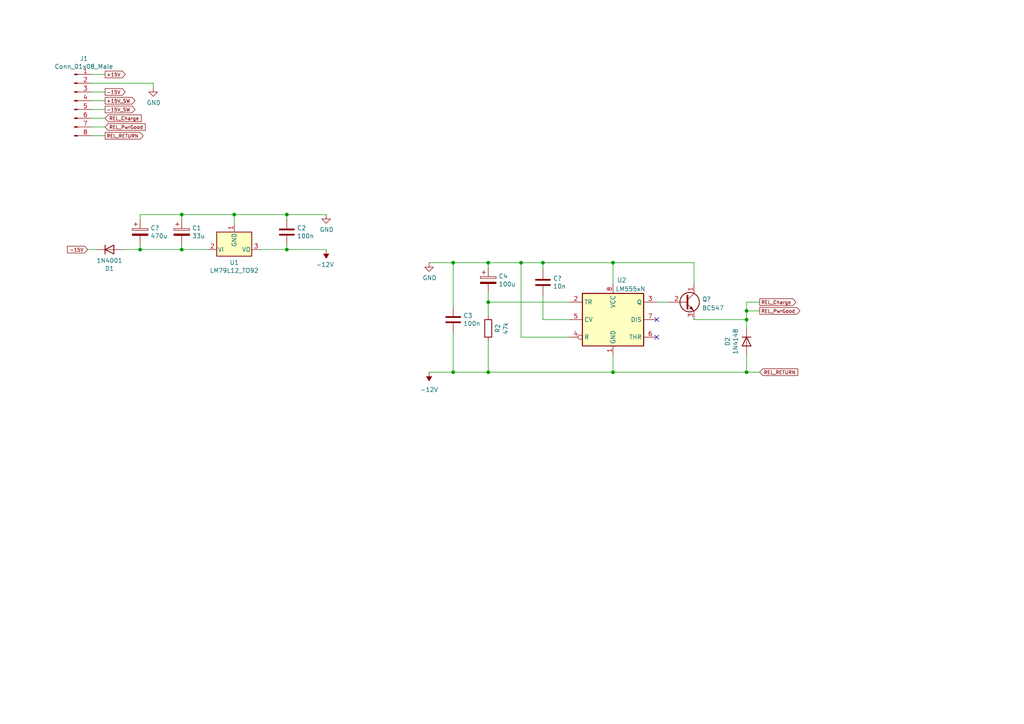
<source format=kicad_sch>
(kicad_sch (version 20211123) (generator eeschema)
  (paper "A4")
  (title_block (title "moPsy Capacitor Charge Control"))
  (lib_symbols
    (symbol "Connector:Conn_01x08_Male" (pin_names (offset 1.016) hide)
      (property "Reference" "J" (at 0 10.16 0))
      (property "Value" "Conn_01x08_Male" (at 0 -12.7 0))
      (symbol "Conn_01x08_Male_1_1"
        (polyline (pts (xy 1.27 -10.16) (xy 0.8636 -10.16)) (stroke (width 0.1524)))
        (polyline (pts (xy 1.27 -7.62) (xy 0.8636 -7.62)) (stroke (width 0.1524)))
        (polyline (pts (xy 1.27 -5.08) (xy 0.8636 -5.08)) (stroke (width 0.1524)))
        (polyline (pts (xy 1.27 -2.54) (xy 0.8636 -2.54)) (stroke (width 0.1524)))
        (polyline (pts (xy 1.27 0) (xy 0.8636 0)) (stroke (width 0.1524)))
        (polyline (pts (xy 1.27 2.54) (xy 0.8636 2.54)) (stroke (width 0.1524)))
        (polyline (pts (xy 1.27 5.08) (xy 0.8636 5.08)) (stroke (width 0.1524)))
        (polyline (pts (xy 1.27 7.62) (xy 0.8636 7.62)) (stroke (width 0.1524)))
        (rectangle (start 0.8636 -10.033) (end 0 -10.287) (stroke (width 0.1524)) (fill (type outline)))
        (rectangle (start 0.8636 -7.493) (end 0 -7.747) (stroke (width 0.1524)) (fill (type outline)))
        (rectangle (start 0.8636 -4.953) (end 0 -5.207) (stroke (width 0.1524)) (fill (type outline)))
        (rectangle (start 0.8636 -2.413) (end 0 -2.667) (stroke (width 0.1524)) (fill (type outline)))
        (rectangle (start 0.8636 0.127) (end 0 -0.127) (stroke (width 0.1524)) (fill (type outline)))
        (rectangle (start 0.8636 2.667) (end 0 2.413) (stroke (width 0.1524)) (fill (type outline)))
        (rectangle (start 0.8636 5.207) (end 0 4.953) (stroke (width 0.1524)) (fill (type outline)))
        (rectangle (start 0.8636 7.747) (end 0 7.493) (stroke (width 0.1524)) (fill (type outline)))
        (pin passive line (at 5.08 7.62 180) (length 3.81) (name "Pin_1") (number "1"))
        (pin passive line (at 5.08 5.08 180) (length 3.81) (name "Pin_2") (number "2"))
        (pin passive line (at 5.08 2.54 180) (length 3.81) (name "Pin_3") (number "3"))
        (pin passive line (at 5.08 0 180) (length 3.81) (name "Pin_4") (number "4"))
        (pin passive line (at 5.08 -2.54 180) (length 3.81) (name "Pin_5") (number "5"))
        (pin passive line (at 5.08 -5.08 180) (length 3.81) (name "Pin_6") (number "6"))
        (pin passive line (at 5.08 -7.62 180) (length 3.81) (name "Pin_7") (number "7"))
        (pin passive line (at 5.08 -10.16 180) (length 3.81) (name "Pin_8") (number "8"))
      )
    )
    (symbol "Device:C" (pin_numbers hide) (pin_names (offset 0.254))
      (property "Reference" "C" (at 0.635 2.54 0))
      (property "Value" "C" (at 0.635 -2.54 0))
      (symbol "C_0_1"
        (polyline (pts (xy -2.032 -0.762) (xy 2.032 -0.762)) (stroke (width 0.508)))
        (polyline (pts (xy -2.032 0.762) (xy 2.032 0.762)) (stroke (width 0.508)))
      )
      (symbol "C_1_1"
        (pin passive line (at 0 3.81 270) (length 2.794) (name "~") (number "1"))
        (pin passive line (at 0 -3.81 90) (length 2.794) (name "~") (number "2"))
      )
    )
    (symbol "Device:CP" (pin_numbers hide) (pin_names (offset 0.254))
      (property "Reference" "C" (at 0.635 2.54 0))
      (property "Value" "Device_CP" (at 0.635 -2.54 0))
      (symbol "CP_0_1"
        (rectangle (start -2.286 0.508) (end 2.286 1.016))
        (polyline (pts (xy -1.778 2.286) (xy -0.762 2.286)))
        (polyline (pts (xy -1.27 2.794) (xy -1.27 1.778)))
        (rectangle (start 2.286 -0.508) (end -2.286 -1.016) (fill (type outline)))
      )
      (symbol "CP_1_1"
        (pin passive line (at 0 3.81 270) (length 2.794) (name "~") (number "1"))
        (pin passive line (at 0 -3.81 90) (length 2.794) (name "~") (number "2"))
      )
    )
    (symbol "Device:D" (pin_numbers hide) (pin_names (offset 1.016) hide)
      (property "Reference" "D" (at 0 2.54 0))
      (property "Value" "D" (at 0 -2.54 0))
      (symbol "D_0_1"
        (polyline (pts (xy -1.27 1.27) (xy -1.27 -1.27)) (stroke (width 0.254)))
        (polyline (pts (xy 1.27 0) (xy -1.27 0)))
        (polyline (pts (xy 1.27 1.27) (xy 1.27 -1.27) (xy -1.27 0) (xy 1.27 1.27)) (stroke (width 0.254)))
      )
      (symbol "D_1_1"
        (pin passive line (at -3.81 0 0) (length 2.54) (name "K") (number "1"))
        (pin passive line (at 3.81 0 180) (length 2.54) (name "A") (number "2"))
      )
    )
    (symbol "Device:R" (pin_numbers hide) (pin_names (offset 0))
      (property "Reference" "R" (at 2.032 0 90))
      (property "Value" "R" (at 0 0 90))
      (symbol "R_0_1"
        (rectangle (start -1.016 -2.54) (end 1.016 2.54) (stroke (width 0.254)))
      )
      (symbol "R_1_1"
        (pin passive line (at 0 3.81 270) (length 1.27) (name "~") (number "1"))
        (pin passive line (at 0 -3.81 90) (length 1.27) (name "~") (number "2"))
      )
    )
    (symbol "Regulator_Linear:LM79L12_TO92" (pin_names (offset 0.254))
      (property "Reference" "U" (at -3.81 -3.175 0))
      (property "Value" "LM79L12_TO92" (at 0 -3.175 0))
      (symbol "LM79L12_TO92_0_1"
        (rectangle (start -5.08 5.08) (end 5.08 -1.905) (stroke (width 0.254)) (fill (type background)))
      )
      (symbol "LM79L12_TO92_1_1"
        (pin power_in line (at 0 7.62 270) (length 2.54) (name "GND") (number "1"))
        (pin power_in line (at -7.62 0 0) (length 2.54) (name "VI") (number "2"))
        (pin power_out line (at 7.62 0 180) (length 2.54) (name "VO") (number "3"))
      )
    )
    (symbol "Timer:LM555xN"
      (property "Reference" "U" (at -10.16 8.89 0))
      (property "Value" "LM555xN" (at 2.54 8.89 0))
      (symbol "LM555xN_0_0"
        (pin power_in line (at 0 -10.16 90) (length 2.54) (name "GND") (number "1"))
        (pin power_in line (at 0 10.16 270) (length 2.54) (name "VCC") (number "8"))
      )
      (symbol "LM555xN_0_1"
        (rectangle (start -8.89 -7.62) (end 8.89 7.62) (stroke (width 0.254)) (fill (type background)))
        (rectangle (start -8.89 -7.62) (end 8.89 7.62) (stroke (width 0.254)) (fill (type background)))
      )
      (symbol "LM555xN_1_1"
        (pin input line (at -12.7 5.08 0) (length 3.81) (name "TR") (number "2"))
        (pin output line (at 12.7 5.08 180) (length 3.81) (name "Q") (number "3"))
        (pin input inverted (at -12.7 -5.08 0) (length 3.81) (name "R") (number "4"))
        (pin input line (at -12.7 0 0) (length 3.81) (name "CV") (number "5"))
        (pin input line (at 12.7 -5.08 180) (length 3.81) (name "THR") (number "6"))
        (pin input line (at 12.7 0 180) (length 3.81) (name "DIS") (number "7"))
      )
    )
    (symbol "Transistor_BJT:BC547" (pin_names (offset 0) hide)
      (property "Reference" "Q" (at 5.08 1.905 0))
      (property "Value" "BC547" (at 5.08 0 0))
      (symbol "BC547_0_1"
        (polyline (pts (xy 0 0) (xy 0.635 0)))
        (polyline (pts (xy 0.635 0.635) (xy 2.54 2.54)))
        (polyline (pts (xy 0.635 -0.635) (xy 2.54 -2.54) (xy 2.54 -2.54)))
        (polyline (pts (xy 0.635 1.905) (xy 0.635 -1.905) (xy 0.635 -1.905)) (stroke (width 0.508)))
        (polyline (pts (xy 1.27 -1.778) (xy 1.778 -1.27) (xy 2.286 -2.286) (xy 1.27 -1.778) (xy 1.27 -1.778)) (fill (type outline)))
        (circle (center 1.27 0) (radius 2.8194) (stroke (width 0.254)))
      )
      (symbol "BC547_1_1"
        (pin passive line (at 2.54 5.08 270) (length 2.54) (name "C") (number "1"))
        (pin input line (at -5.08 0 0) (length 5.08) (name "B") (number "2"))
        (pin passive line (at 2.54 -5.08 90) (length 2.54) (name "E") (number "3"))
      )
    )
    (symbol "power:-12V" (power) (pin_names (offset 0))
      (property "Value" "-12V" (at 0 3.81 0))
      (symbol "-12V_0_0"
        (pin power_in line (at 0 0 90) (length 0) hide (name "-12V") (number "1"))
      )
      (symbol "-12V_0_1"
        (polyline (pts (xy 0 0) (xy 0 1.27) (xy 0.762 1.27) (xy 0 2.54) (xy -0.762 1.27) (xy 0 1.27)) (fill (type outline)))
      )
    )
    (symbol "power:GND" (power) (pin_names (offset 0))
      (property "Value" "GND" (at 0 -3.81 0))
      (symbol "GND_0_1"
        (polyline (pts (xy 0 0) (xy 0 -1.27) (xy 1.27 -1.27) (xy 0 -2.54) (xy -1.27 -1.27) (xy 0 -1.27)))
      )
      (symbol "GND_1_1"
        (pin power_in line (at 0 0 270) (length 0) hide (name "GND") (number "1"))
      )
    )
  )
  (junction (at 67.945 62.23))
  (junction (at 177.8 76.2))
  (junction (at 216.535 107.95))
  (junction (at 151.13 76.2))
  (junction (at 131.445 76.2))
  (junction (at 131.445 107.95))
  (junction (at 141.605 87.63))
  (junction (at 177.8 107.95))
  (junction (at 83.185 62.23))
  (junction (at 216.535 90.17))
  (junction (at 52.705 72.39))
  (junction (at 141.605 76.2))
  (junction (at 52.705 62.23))
  (junction (at 40.64 72.39))
  (junction (at 83.185 72.39))
  (junction (at 141.605 107.95))
  (junction (at 157.48 76.2))
  (junction (at 216.535 92.71))
  (no_connect (at 190.5 92.71))
  (no_connect (at 190.5 97.79))
  (wire (pts (xy 201.295 92.71) (xy 216.535 92.71)))
  (wire (pts (xy 26.67 24.13) (xy 44.45 24.13)))
  (wire (pts (xy 25.4 72.39) (xy 27.94 72.39)))
  (wire (pts (xy 40.64 72.39) (xy 52.705 72.39)))
  (wire (pts (xy 216.535 92.71) (xy 216.535 95.25)))
  (wire (pts (xy 157.48 76.2) (xy 157.48 78.105)))
  (wire (pts (xy 216.535 90.17) (xy 216.535 92.71)))
  (wire (pts (xy 216.535 90.17) (xy 216.535 87.63)))
  (wire (pts (xy 131.445 76.2) (xy 131.445 88.9)))
  (wire (pts (xy 44.45 24.13) (xy 44.45 25.4)))
  (wire (pts (xy 220.345 90.17) (xy 216.535 90.17)))
  (wire (pts (xy 30.48 31.75) (xy 26.67 31.75)))
  (wire (pts (xy 201.295 82.55) (xy 201.295 76.2)))
  (wire (pts (xy 157.48 85.725) (xy 157.48 92.71)))
  (wire (pts (xy 131.445 107.95) (xy 141.605 107.95)))
  (wire (pts (xy 216.535 107.95) (xy 220.345 107.95)))
  (wire (pts (xy 165.1 92.71) (xy 157.48 92.71)))
  (wire (pts (xy 67.945 62.23) (xy 83.185 62.23)))
  (wire (pts (xy 40.64 63.5) (xy 40.64 62.23)))
  (wire (pts (xy 124.46 107.95) (xy 131.445 107.95)))
  (wire (pts (xy 141.605 99.06) (xy 141.605 107.95)))
  (wire (pts (xy 131.445 96.52) (xy 131.445 107.95)))
  (wire (pts (xy 141.605 85.09) (xy 141.605 87.63)))
  (wire (pts (xy 165.1 87.63) (xy 141.605 87.63)))
  (wire (pts (xy 151.13 76.2) (xy 157.48 76.2)))
  (wire (pts (xy 141.605 76.2) (xy 141.605 77.47)))
  (wire (pts (xy 26.67 34.29) (xy 30.48 34.29)))
  (wire (pts (xy 83.185 72.39) (xy 94.615 72.39)))
  (wire (pts (xy 26.67 21.59) (xy 30.48 21.59)))
  (wire (pts (xy 75.565 72.39) (xy 83.185 72.39)))
  (wire (pts (xy 141.605 76.2) (xy 131.445 76.2)))
  (wire (pts (xy 141.605 87.63) (xy 141.605 91.44)))
  (wire (pts (xy 177.8 82.55) (xy 177.8 76.2)))
  (wire (pts (xy 67.945 64.77) (xy 67.945 62.23)))
  (wire (pts (xy 177.8 102.87) (xy 177.8 107.95)))
  (wire (pts (xy 151.13 76.2) (xy 141.605 76.2)))
  (wire (pts (xy 30.48 36.83) (xy 26.67 36.83)))
  (wire (pts (xy 83.185 62.23) (xy 83.185 63.5)))
  (wire (pts (xy 216.535 102.87) (xy 216.535 107.95)))
  (wire (pts (xy 40.64 62.23) (xy 52.705 62.23)))
  (wire (pts (xy 83.185 71.12) (xy 83.185 72.39)))
  (wire (pts (xy 40.64 71.12) (xy 40.64 72.39)))
  (wire (pts (xy 26.67 26.67) (xy 30.48 26.67)))
  (wire (pts (xy 216.535 87.63) (xy 220.345 87.63)))
  (wire (pts (xy 52.705 62.23) (xy 52.705 63.5)))
  (wire (pts (xy 177.8 76.2) (xy 201.295 76.2)))
  (wire (pts (xy 190.5 87.63) (xy 193.675 87.63)))
  (wire (pts (xy 165.1 97.79) (xy 151.13 97.79)))
  (wire (pts (xy 52.705 62.23) (xy 67.945 62.23)))
  (wire (pts (xy 26.67 29.21) (xy 30.48 29.21)))
  (wire (pts (xy 124.46 76.2) (xy 131.445 76.2)))
  (wire (pts (xy 35.56 72.39) (xy 40.64 72.39)))
  (wire (pts (xy 157.48 76.2) (xy 177.8 76.2)))
  (wire (pts (xy 83.185 62.23) (xy 94.615 62.23)))
  (wire (pts (xy 52.705 71.12) (xy 52.705 72.39)))
  (wire (pts (xy 26.67 39.37) (xy 30.48 39.37)))
  (wire (pts (xy 141.605 107.95) (xy 177.8 107.95)))
  (wire (pts (xy 151.13 97.79) (xy 151.13 76.2)))
  (wire (pts (xy 177.8 107.95) (xy 216.535 107.95)))
  (wire (pts (xy 52.705 72.39) (xy 60.325 72.39)))
  (global_label "REL_Charge" (shape input) (at 30.48 34.29 0) (effects (font (size 0.9906 0.9906))) (property "Intersheet References" "${INTERSHEET_REFS}" (effects hide)))
  (global_label "-15V" (shape output) (at 30.48 26.67 0) (effects (font (size 0.9906 0.9906))) (property "Intersheet References" "${INTERSHEET_REFS}" (effects hide)))
  (global_label "REL_PwrGood" (shape input) (at 30.48 36.83 0) (effects (font (size 0.9906 0.9906))) (property "Intersheet References" "${INTERSHEET_REFS}" (effects hide)))
  (global_label "-15V" (shape input) (at 25.4 72.39 180) (effects (font (size 0.9906 0.9906))) (property "Intersheet References" "${INTERSHEET_REFS}" (effects hide)))
  (global_label "REL_RETURN" (shape input) (at 220.345 107.95 0) (effects (font (size 0.9906 0.9906))) (property "Intersheet References" "${INTERSHEET_REFS}" (effects hide)))
  (global_label "-15V_SW" (shape output) (at 30.48 31.75 0) (effects (font (size 0.9906 0.9906))) (property "Intersheet References" "${INTERSHEET_REFS}" (effects hide)))
  (global_label "REL_RETURN" (shape output) (at 30.48 39.37 0) (effects (font (size 0.9906 0.9906))) (property "Intersheet References" "${INTERSHEET_REFS}" (effects hide)))
  (global_label "+15V_SW" (shape output) (at 30.48 29.21 0) (effects (font (size 0.9906 0.9906))) (property "Intersheet References" "${INTERSHEET_REFS}" (effects hide)))
  (global_label "REL_Charge" (shape output) (at 220.345 87.63 0) (effects (font (size 0.9906 0.9906))) (property "Intersheet References" "${INTERSHEET_REFS}" (effects hide)))
  (global_label "+15V" (shape output) (at 30.48 21.59 0) (effects (font (size 0.9906 0.9906))) (property "Intersheet References" "${INTERSHEET_REFS}" (effects hide)))
  (global_label "REL_PwrGood" (shape output) (at 220.345 90.17 0) (effects (font (size 0.9906 0.9906))) (property "Intersheet References" "${INTERSHEET_REFS}" (effects hide)))
  (symbol (lib_id "Device:D") (at 216.535 99.06 270) (unit 1)
    (property "Reference" "D2" (at 211.0232 99.06 0))
    (property "Value" "1N4148" (at 213.3346 99.06 0))
    (property "Footprint" "Diode_THT:D_DO-41_SOD81_P7.62mm_Horizontal" (effects hide))
  )
  (symbol (lib_id "Regulator_Linear:LM79L12_TO92") (at 67.945 72.39 0) (unit 1)
    (property "Reference" "U1" (at 67.945 76.1746 0))
    (property "Value" "LM79L12_TO92" (at 67.945 78.486 0))
    (property "Footprint" "Package_TO_SOT_THT:TO-92_Inline" (effects hide))
    (property "Datasheet" "http://www.ti.com/lit/ds/symlink/lm79l.pdf" (effects hide))
    (property "REICHELT" "LM 79L12 ACZ" (effects hide))
  )
  (symbol (lib_id "Device:CP") (at 52.705 67.31 0) (unit 1)
    (property "Reference" "C1" (at 55.7022 66.1416 0) (effects (justify left)))
    (property "Value" "33u" (at 55.7022 68.453 0) (effects (justify left)))
    (property "Footprint" "Capacitor_THT:CP_Radial_D8.0mm_P3.50mm" (effects hide))
  )
  (symbol (lib_id "Device:C") (at 83.185 67.31 0) (unit 1)
    (property "Reference" "C2" (at 86.106 66.1416 0) (effects (justify left)))
    (property "Value" "100n" (at 86.106 68.453 0) (effects (justify left)))
    (property "Footprint" "Capacitor_THT:C_Rect_L7.0mm_W2.5mm_P5.00mm" (effects hide))
  )
  (symbol (lib_id "power:-12V") (at 94.615 72.39 180) (unit 1)
    (property "Reference" "#PWR0104" (effects hide))
    (property "Value" "-12V" (at 94.234 76.7842 0))
  )
  (symbol (lib_id "power:GND") (at 94.615 62.23 0) (unit 1)
    (property "Reference" "#PWR0103" (effects hide))
    (property "Value" "GND" (at 94.742 66.6242 0))
  )
  (symbol (lib_id "Timer:LM555xN") (at 177.8 92.71 0) (unit 1)
    (property "Reference" "U2" (at 180.34 81.28 0))
    (property "Value" "LM555xN" (at 182.88 83.82 0))
    (property "Footprint" "Package_DIP:DIP-8_W7.62mm" (effects hide))
    (property "Datasheet" "http://www.ti.com/lit/ds/symlink/lm555.pdf" (effects hide))
  )
  (symbol (lib_id "Device:CP") (at 141.605 81.28 0) (unit 1)
    (property "Reference" "C4" (at 144.6022 80.1116 0) (effects (justify left)))
    (property "Value" "100u" (at 144.6022 82.423 0) (effects (justify left)))
    (property "Footprint" "Capacitor_THT:CP_Radial_D8.0mm_P3.50mm" (effects hide))
  )
  (symbol (lib_id "Device:R") (at 141.605 95.25 0) (unit 1)
    (property "Reference" "R2" (at 144.3736 95.25 90))
    (property "Value" "47k" (at 146.685 95.25 90))
    (property "Footprint" "Resistor_THT:R_Axial_DIN0207_L6.3mm_D2.5mm_P7.62mm_Horizontal" (effects hide))
    (property "REICHELT" "ARC ACS5S R80 K" (effects hide))
  )
  (symbol (lib_id "power:-12V") (at 124.46 107.95 180) (unit 1)
    (property "Reference" "#PWR0101" (effects hide))
    (property "Value" "-12V" (at 124.46 113.03 0))
  )
  (symbol (lib_id "power:GND") (at 124.46 76.2 0) (unit 1)
    (property "Reference" "#PWR0102" (effects hide))
    (property "Value" "GND" (at 124.587 80.5942 0))
  )
  (symbol (lib_id "Device:C") (at 131.445 92.71 0) (unit 1)
    (property "Reference" "C3" (at 134.366 91.5416 0) (effects (justify left)))
    (property "Value" "100n" (at 134.366 93.853 0) (effects (justify left)))
    (property "Footprint" "Capacitor_THT:C_Rect_L7.0mm_W2.5mm_P5.00mm" (effects hide))
  )
  (symbol (lib_id "Connector:Conn_01x08_Male") (at 21.59 29.21 0) (unit 1)
    (property "Reference" "J1" (at 24.3332 16.9926 0))
    (property "Value" "Conn_01x08_Male" (at 24.3332 19.304 0))
    (property "Footprint" "Connector_PinHeader_2.54mm:PinHeader_1x08_P2.54mm_Horizontal" (effects hide))
  )
  (symbol (lib_id "power:GND") (at 44.45 25.4 0) (unit 1)
    (property "Reference" "#PWR0105" (effects hide))
    (property "Value" "GND" (at 44.577 29.7942 0))
  )
  (symbol (lib_id "Device:D") (at 31.75 72.39 0) (unit 1)
    (property "Reference" "D1" (at 31.75 77.9018 0))
    (property "Value" "1N4001" (at 31.75 75.5904 0))
    (property "Footprint" "Diode_THT:D_DO-41_SOD81_P7.62mm_Horizontal" (effects hide))
  )
  (symbol (lib_id "Device:CP") (at 40.64 67.31 0) (unit 1)
    (property "Reference" "C?" (at 43.6372 66.1416 0) (effects (justify left)))
    (property "Value" "470u" (at 43.6372 68.453 0) (effects (justify left)))
    (property "Footprint" "Capacitor_THT:CP_Radial_D8.0mm_P3.50mm" (effects hide))
  )
  (symbol (lib_id "Transistor_BJT:BC547") (at 198.755 87.63 0) (unit 1)
    (property "Reference" "Q?" (at 203.6064 86.7953 0) (effects (justify left)))
    (property "Value" "BC547" (at 203.6064 89.3322 0) (effects (justify left)))
    (property "Footprint" "Package_TO_SOT_THT:TO-92_Inline" (effects hide))
    (property "Datasheet" "https://www.onsemi.com/pub/Collateral/BC550-D.pdf" (effects hide))
  )
  (symbol (lib_id "Device:C") (at 157.48 81.915 0) (unit 1)
    (property "Reference" "C?" (at 160.401 80.7466 0) (effects (justify left)))
    (property "Value" "10n" (at 160.401 83.058 0) (effects (justify left)))
    (property "Footprint" "Capacitor_THT:C_Rect_L7.0mm_W2.5mm_P5.00mm" (effects hide))
  )
)
</source>
